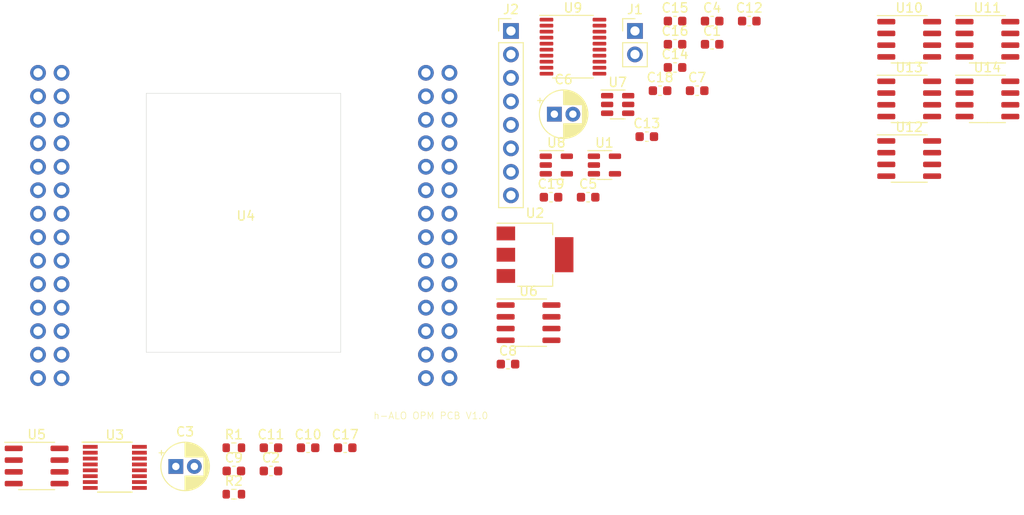
<source format=kicad_pcb>
(kicad_pcb (version 20211014) (generator pcbnew)
  (layers (0 "F.Cu" signal) (31 "B.Cu" signal) (34 "B.Paste" user) (35 "F.Paste" user) (36 "B.SilkS" user "B.Silkscreen") (37 "F.SilkS" user "F.Silkscreen") (38 "B.Mask" user) (39 "F.Mask" user) (44 "Edge.Cuts" user))
  (net 0 "")
  (net 1 "BATT_+11V")
  (net 2 "OPD1-")
  (net 3 "Net-(C4-Pad1)")
  (net 4 "MUX_VDD_+10V")
  (net 5 "+5V")
  (net 6 "Net-(C8-Pad2)")
  (net 7 "Net-(C9-Pad1)")
  (net 8 "Net-(C11-Pad1)")
  (net 9 "Net-(C13-Pad1)")
  (net 10 "ADC_VREF+")
  (net 11 "ADC_AVDD")
  (net 12 "ADC_DVDD")
  (net 13 "ADC_MCK")
  (net 14 "ADC_INT")
  (net 15 "ADC_SDO")
  (net 16 "ADC_SDI")
  (net 17 "ADC_SCK")
  (net 18 "ADC_CS")
  (net 19 "Net-(R1-Pad1)")
  (net 20 "OLED_CURRENT")
  (net 21 "OLED5+")
  (net 24 "OLED6+")
  (net 25 "OLED_EN")
  (net 26 "OLED_A2")
  (net 27 "OLED_A1")
  (net 28 "OLED_A0")
  (net 29 "OLED4+")
  (net 30 "OLED1+")
  (net 31 "OLED2+")
  (net 32 "OLED3+")
  (net 35 "TEMP+")
  (net 37 "OPD1+")
  (net 52 "TEMP-")
  (net 56 "OLED1-")
  (net 59 "OLED2-")
  (net 62 "OLED3-")
  (net 65 "OLED4-")
  (net 68 "OLED5-")
  (net 71 "OLED6-")
  (net 79 "ADC_CH0")
  (net 80 "ADC_CH1")
  (net 81 "ADC_CH2")
  (net 82 "ADC_CH3")
  (net 83 "ADC_CH4")
  (net 84 "ADC_CH5")
  (net 85 "ADC_CH6")
  (net 86 "ADC_CH7")
  (footprint "Capacitor_SMD:C_0603_1608Metric" (layer "F.Cu") (at 144.78 63.53)
    (fp_text reference "C4" (at 0 -1.43) (layer "F.SilkS"))
    (fp_text value "10nF")
    (pad "1" smd roundrect (at -0.775 0) (size 0.9 0.95) (layers "F.Cu" "F.Paste" "F.Mask") (net 3 "Net-(C4-Pad1)"))
    (pad "2" smd roundrect (at 0.775 0) (size 0.9 0.95) (layers "F.Cu" "F.Paste" "F.Mask") (net 2 "OPD1-"))
  )
  (footprint "Capacitor_SMD:C_0603_1608Metric" (layer "F.Cu") (at 140.77 66.04)
    (fp_text reference "C16" (at 0 -1.43) (layer "F.SilkS"))
    (fp_text value "0.1µF")
    (pad "1" smd roundrect (at -0.775 0) (size 0.9 0.95) (layers "F.Cu" "F.Paste" "F.Mask") (net 2 "OPD1-"))
    (pad "2" smd roundrect (at 0.775 0) (size 0.9 0.95) (layers "F.Cu" "F.Paste" "F.Mask") (net 11 "ADC_AVDD"))
  )
  (footprint "Capacitor_SMD:C_0603_1608Metric" (layer "F.Cu") (at 140.77 63.53)
    (fp_text reference "C15" (at 0 -1.43) (layer "F.SilkS"))
    (fp_text value "2.2uF")
    (pad "1" smd roundrect (at -0.775 0) (size 0.9 0.95) (layers "F.Cu" "F.Paste" "F.Mask") (net 11 "ADC_AVDD"))
    (pad "2" smd roundrect (at 0.775 0) (size 0.9 0.95) (layers "F.Cu" "F.Paste" "F.Mask") (net 2 "OPD1-"))
  )
  (footprint "Connector_PinHeader_2.54mm:PinHeader_1x08_P2.54mm_Vertical" (layer "F.Cu") (at 123.04 64.6)
    (fp_text reference "J2" (at 0 -2.33) (layer "F.SilkS"))
    (fp_text value "Conn_01x08_Male")
    (pad "1" thru_hole rect (at 0 0) (size 1.7 1.7) (drill 1) (layers *.Cu *.Mask) (net 2 "OPD1-"))
    (pad "2" thru_hole oval (at 0 2.54) (size 1.7 1.7) (drill 1) (layers *.Cu *.Mask) (net 12 "ADC_DVDD"))
    (pad "3" thru_hole oval (at 0 5.08) (size 1.7 1.7) (drill 1) (layers *.Cu *.Mask) (net 13 "ADC_MCK"))
    (pad "4" thru_hole oval (at 0 7.62) (size 1.7 1.7) (drill 1) (layers *.Cu *.Mask) (net 14 "ADC_INT"))
    (pad "5" thru_hole oval (at 0 10.16) (size 1.7 1.7) (drill 1) (layers *.Cu *.Mask) (net 15 "ADC_SDO"))
    (pad "6" thru_hole oval (at 0 12.7) (size 1.7 1.7) (drill 1) (layers *.Cu *.Mask) (net 16 "ADC_SDI"))
    (pad "7" thru_hole oval (at 0 15.24) (size 1.7 1.7) (drill 1) (layers *.Cu *.Mask) (net 17 "ADC_SCK"))
    (pad "8" thru_hole oval (at 0 17.78) (size 1.7 1.7) (drill 1) (layers *.Cu *.Mask) (net 18 "ADC_CS"))
  )
  (footprint "Capacitor_SMD:C_0603_1608Metric" (layer "F.Cu") (at 122.72 100.63)
    (fp_text reference "C8" (at 0 -1.43) (layer "F.SilkS"))
    (fp_text value "1µF")
    (pad "1" smd roundrect (at -0.775 0) (size 0.9 0.95) (layers "F.Cu" "F.Paste" "F.Mask") (net 1 "BATT_+11V"))
    (pad "2" smd roundrect (at 0.775 0) (size 0.9 0.95) (layers "F.Cu" "F.Paste" "F.Mask") (net 6 "Net-(C8-Pad2)"))
  )
  (footprint "Package_TO_SOT_SMD:SOT-23-5" (layer "F.Cu") (at 127.94 79.1)
    (fp_text reference "U8" (at 0 -2.4) (layer "F.SilkS"))
    (fp_text value "LP2985-3.6")
    (pad "1" smd roundrect (at -1.1375 -0.95) (size 1.325 0.6) (layers "F.Cu" "F.Paste" "F.Mask") (net 5 "+5V"))
    (pad "2" smd roundrect (at -1.1375 0) (size 1.325 0.6) (layers "F.Cu" "F.Paste" "F.Mask") (net 2 "OPD1-"))
    (pad "3" smd roundrect (at -1.1375 0.95) (size 1.325 0.6) (layers "F.Cu" "F.Paste" "F.Mask") (net 5 "+5V"))
    (pad "4" smd roundrect (at 1.1375 0.95) (size 1.325 0.6) (layers "F.Cu" "F.Paste" "F.Mask") (net 9 "Net-(C13-Pad1)"))
    (pad "5" smd roundrect (at 1.1375 -0.95) (size 1.325 0.6) (layers "F.Cu" "F.Paste" "F.Mask") (net 11 "ADC_AVDD"))
  )
  (footprint "Capacitor_SMD:C_0603_1608Metric" (layer "F.Cu") (at 137.72 76.03)
    (fp_text reference "C13" (at 0 -1.43) (layer "F.SilkS"))
    (fp_text value "10nF")
    (pad "1" smd roundrect (at -0.775 0) (size 0.9 0.95) (layers "F.Cu" "F.Paste" "F.Mask") (net 9 "Net-(C13-Pad1)"))
    (pad "2" smd roundrect (at 0.775 0) (size 0.9 0.95) (layers "F.Cu" "F.Paste" "F.Mask") (net 2 "OPD1-"))
  )
  (footprint "Capacitor_SMD:C_0603_1608Metric" (layer "F.Cu") (at 140.77 68.55)
    (fp_text reference "C14" (at 0 -1.43) (layer "F.SilkS"))
    (fp_text value "0.1µF")
    (pad "1" smd roundrect (at -0.775 0) (size 0.9 0.95) (layers "F.Cu" "F.Paste" "F.Mask") (net 10 "ADC_VREF+"))
    (pad "2" smd roundrect (at 0.775 0) (size 0.9 0.95) (layers "F.Cu" "F.Paste" "F.Mask") (net 2 "OPD1-"))
  )
  (footprint "Capacitor_SMD:C_0603_1608Metric" (layer "F.Cu") (at 97.11 112.19)
    (fp_text reference "C2" (at 0 -1.43) (layer "F.SilkS"))
    (fp_text value "1uF")
    (pad "1" smd roundrect (at -0.775 0) (size 0.9 0.95) (layers "F.Cu" "F.Paste" "F.Mask") (net 1 "BATT_+11V"))
    (pad "2" smd roundrect (at 0.775 0) (size 0.9 0.95) (layers "F.Cu" "F.Paste" "F.Mask") (net 2 "OPD1-"))
  )
  (footprint "Capacitor_SMD:C_0603_1608Metric" (layer "F.Cu") (at 101.12 109.68)
    (fp_text reference "C10" (at 0 -1.43) (layer "F.SilkS"))
    (fp_text value "0.1µF")
    (pad "1" smd roundrect (at -0.775 0) (size 0.9 0.95) (layers "F.Cu" "F.Paste" "F.Mask") (net 5 "+5V"))
    (pad "2" smd roundrect (at 0.775 0) (size 0.9 0.95) (layers "F.Cu" "F.Paste" "F.Mask") (net 2 "OPD1-"))
  )
  (footprint "Package_TO_SOT_SMD:SOT-223-3_TabPin2" (layer "F.Cu") (at 125.64 88.8)
    (fp_text reference "U2" (at 0 -4.5) (layer "F.SilkS"))
    (fp_text value "LM1117-5.0")
    (pad "1" smd rect (at -3.15 -2.3) (size 2 1.5) (layers "F.Cu" "F.Paste" "F.Mask") (net 2 "OPD1-"))
    (pad "2" smd rect (at -3.15 0) (size 2 1.5) (layers "F.Cu" "F.Paste" "F.Mask") (net 5 "+5V"))
    (pad "2" smd rect (at 3.15 0) (size 2 3.8) (layers "F.Cu" "F.Paste" "F.Mask") (net 5 "+5V"))
    (pad "3" smd rect (at -3.15 2.3) (size 2 1.5) (layers "F.Cu" "F.Paste" "F.Mask") (net 1 "BATT_+11V"))
  )
  (footprint "Capacitor_SMD:C_0603_1608Metric" (layer "F.Cu") (at 93.1 112.19)
    (fp_text reference "C9" (at 0 -1.43) (layer "F.SilkS"))
    (fp_text value "1µF")
    (pad "1" smd roundrect (at -0.775 0) (size 0.9 0.95) (layers "F.Cu" "F.Paste" "F.Mask") (net 7 "Net-(C9-Pad1)"))
    (pad "2" smd roundrect (at 0.775 0) (size 0.9 0.95) (layers "F.Cu" "F.Paste" "F.Mask") (net 2 "OPD1-"))
  )
  (footprint "Capacitor_SMD:C_0603_1608Metric" (layer "F.Cu") (at 144.78 66.04)
    (fp_text reference "C1" (at 0 -1.43) (layer "F.SilkS"))
    (fp_text value "1uF")
    (pad "1" smd roundrect (at -0.775 0) (size 0.9 0.95) (layers "F.Cu" "F.Paste" "F.Mask") (net 1 "BATT_+11V"))
    (pad "2" smd roundrect (at 0.775 0) (size 0.9 0.95) (layers "F.Cu" "F.Paste" "F.Mask") (net 2 "OPD1-"))
  )
  (footprint "Package_SO:SOIC-8_3.9x4.9mm_P1.27mm" (layer "F.Cu") (at 174.52 71.95)
    (fp_text reference "U14" (at 0 -3.4) (layer "F.SilkS"))
    (fp_text value "OPA277UA")
    (pad "1" smd roundrect (at -2.475 -1.905) (size 1.95 0.6) (layers "F.Cu" "F.Paste" "F.Mask"))
    (pad "2" smd roundrect (at -2.475 -0.635) (size 1.95 0.6) (layers "F.Cu" "F.Paste" "F.Mask"))
    (pad "3" smd roundrect (at -2.475 0.635) (size 1.95 0.6) (layers "F.Cu" "F.Paste" "F.Mask") (net 37 "OPD1+"))
    (pad "4" smd roundrect (at -2.475 1.905) (size 1.95 0.6) (layers "F.Cu" "F.Paste" "F.Mask"))
    (pad "5" smd roundrect (at 2.475 1.905) (size 1.95 0.6) (layers "F.Cu" "F.Paste" "F.Mask"))
    (pad "6" smd roundrect (at 2.475 0.635) (size 1.95 0.6) (layers "F.Cu" "F.Paste" "F.Mask"))
    (pad "7" smd roundrect (at 2.475 -0.635) (size 1.95 0.6) (layers "F.Cu" "F.Paste" "F.Mask"))
    (pad "8" smd roundrect (at 2.475 -1.905) (size 1.95 0.6) (layers "F.Cu" "F.Paste" "F.Mask"))
  )
  (footprint "Capacitor_SMD:C_0603_1608Metric" (layer "F.Cu") (at 105.13 109.68)
    (fp_text reference "C17" (at 0 -1.43) (layer "F.SilkS"))
    (fp_text value "0.1µF")
    (pad "1" smd roundrect (at -0.775 0) (size 0.9 0.95) (layers "F.Cu" "F.Paste" "F.Mask") (net 2 "OPD1-"))
    (pad "2" smd roundrect (at 0.775 0) (size 0.9 0.95) (layers "F.Cu" "F.Paste" "F.Mask") (net 11 "ADC_AVDD"))
  )
  (footprint "Package_SO:QSOP-16_3.9x4.9mm_P0.635mm" (layer "F.Cu") (at 80.24 111.8)
    (fp_text reference "U3" (at 0 -3.5) (layer "F.SilkS"))
    (fp_text value "ADG658YRQZ-REEL7")
    (pad "1" smd rect (at -2.6543 -2.2225) (size 1.6 0.41) (layers "F.Cu" "F.Paste" "F.Mask") (net 21 "OLED5+"))
    (pad "2" smd rect (at -2.6543 -1.5875) (size 1.6 0.41) (layers "F.Cu" "F.Paste" "F.Mask"))
    (pad "3" smd rect (at -2.6543 -0.9525) (size 1.6 0.41) (layers "F.Cu" "F.Paste" "F.Mask") (net 20 "OLED_CURRENT"))
    (pad "4" smd rect (at -2.6543 -0.3175) (size 1.6 0.41) (layers "F.Cu" "F.Paste" "F.Mask"))
    (pad "5" smd rect (at -2.6543 0.3175) (size 1.6 0.41) (layers "F.Cu" "F.Paste" "F.Mask") (net 24 "OLED6+"))
    (pad "6" smd rect (at -2.6543 0.9525) (size 1.6 0.41) (layers "F.Cu" "F.Paste" "F.Mask") (net 25 "OLED_EN"))
    (pad "7" smd rect (at -2.6543 1.5875) (size 1.6 0.41) (layers "F.Cu" "F.Paste" "F.Mask") (net 2 "OPD1-"))
    (pad "8" smd rect (at -2.6543 2.2225) (size 1.6 0.41) (layers "F.Cu" "F.Paste" "F.Mask") (net 2 "OPD1-"))
    (pad "9" smd rect (at 2.6543 2.2225) (size 1.6 0.41) (layers "F.Cu" "F.Paste" "F.Mask") (net 26 "OLED_A2"))
    (pad "10" smd rect (at 2.6543 1.5875) (size 1.6 0.41) (layers "F.Cu" "F.Paste" "F.Mask") (net 27 "OLED_A1"))
    (pad "11" smd rect (at 2.6543 0.9525) (size 1.6 0.41) (layers "F.Cu" "F.Paste" "F.Mask") (net 28 "OLED_A0"))
    (pad "12" smd rect (at 2.6543 0.3175) (size 1.6 0.41) (layers "F.Cu" "F.Paste" "F.Mask") (net 29 "OLED4+"))
    (pad "13" smd rect (at 2.6543 -0.3175) (size 1.6 0.41) (layers "F.Cu" "F.Paste" "F.Mask") (net 30 "OLED1+"))
    (pad "14" smd rect (at 2.6543 -0.9525) (size 1.6 0.41) (layers "F.Cu" "F.Paste" "F.Mask") (net 31 "OLED2+"))
    (pad "15" smd rect (at 2.6543 -1.5875) (size 1.6 0.41) (layers "F.Cu" "F.Paste" "F.Mask") (net 32 "OLED3+"))
    (pad "16" smd rect (at 2.6543 -2.2225) (size 1.6 0.41) (layers "F.Cu" "F.Paste" "F.Mask") (net 4 "MUX_VDD_+10V"))
  )
  (footprint "Capacitor_SMD:C_0603_1608Metric" (layer "F.Cu") (at 131.38 82.58)
    (fp_text reference "C5" (at 0 -1.43) (layer "F.SilkS"))
    (fp_text value "2.2uF")
    (pad "1" smd roundrect (at -0.775 0) (size 0.9 0.95) (layers "F.Cu" "F.Paste" "F.Mask") (net 4 "MUX_VDD_+10V"))
    (pad "2" smd roundrect (at 0.775 0) (size 0.9 0.95) (layers "F.Cu" "F.Paste" "F.Mask") (net 2 "OPD1-"))
  )
  (footprint "h-ALO:h-ALO-sensor" (layer "F.Cu") (at 94.392 85.102)
    (fp_text reference "U4" (at 0 -0.5 unlocked) (layer "F.SilkS"))
    (fp_text value "h-ALO-sensor")
    (fp_text user "h-ALO OPM PCB V1.0" (at 13.75 21.55) (layer "F.SilkS") (effects (font (size 0.747776 0.747776) (thickness 0.065024)) (justify left bottom)))
    (fp_line (start 10.25 -13.75) (end 10.25 14.25) (layer "Edge.Cuts") (width 0.05))
    (fp_line (start -10.75 -13.75) (end 10.25 -13.75) (layer "Edge.Cuts") (width 0.05))
    (fp_line (start -10.75 -13.75) (end -10.75 14.25) (layer "Edge.Cuts") (width 0.05))
    (fp_line (start -10.75 14.25) (end 10.25 14.25) (layer "Edge.Cuts") (width 0.05))
    (pad "1" thru_hole oval (at -22.45 -15.975) (size 1.7 1.7) (drill 1) (layers *.Cu *.Mask))
    (pad "2" thru_hole oval (at -19.91 -15.975) (size 1.7 1.7) (drill 1) (layers *.Cu *.Mask))
    (pad "3" thru_hole oval (at -22.45 -13.435) (size 1.7 1.7) (drill 1) (layers *.Cu *.Mask) (net 35 "TEMP+"))
    (pad "4" thru_hole oval (at -19.91 -13.435) (size 1.7 1.7) (drill 1) (layers *.Cu *.Mask))
    (pad "5" thru_hole oval (at -22.45 -10.895) (size 1.7 1.7) (drill 1) (layers *.Cu *.Mask) (net 30 "OLED1+"))
    (pad "6" thru_hole oval (at -19.91 -10.895) (size 1.7 1.7) (drill 1) (layers *.Cu *.Mask) (net 37 "OPD1+"))
    (pad "7" thru_hole oval (at -22.45 -8.355) (size 1.7 1.7) (drill 1) (layers *.Cu *.Mask))
    (pad "8" thru_hole oval (at -19.91 -8.355) (size 1.7 1.7) (drill 1) (layers *.Cu *.Mask))
    (pad "9" thru_hole oval (at -22.45 -5.815) (size 1.7 1.7) (drill 1) (layers *.Cu *.Mask) (net 31 "OLED2+"))
    (pad "10" thru_hole oval (at -19.91 -5.815) (size 1.7 1.7) (drill 1) (layers *.Cu *.Mask) (net 37 "OPD1+"))
    (pad "11" thru_hole oval (at -22.45 -3.275) (size 1.7 1.7) (drill 1) (layers *.Cu *.Mask))
    (pad "12" thru_hole oval (at -19.91 -3.275) (size 1.7 1.7) (drill 1) (layers *.Cu *.Mask))
    (pad "13" thru_hole oval (at -22.45 -0.735) (size 1.7 1.7) (drill 1) (layers *.Cu *.Mask) (net 32 "OLED3+"))
    (pad "14" thru_hole oval (at -19.91 -0.735) (size 1.7 1.7) (drill 1) (layers *.Cu *.Mask) (net 37 "OPD1+"))
    (pad "15" thru_hole oval (at -22.45 1.805) (size 1.7 1.7) (drill 1) (layers *.Cu *.Mask))
    (pad "16" thru_hole oval (at -19.91 1.805) (size 1.7 1.7) (drill 1) (layers *.Cu *.Mask))
    (pad "17" thru_hole oval (at -22.45 4.345) (size 1.7 1.7) (drill 1) (layers *.Cu *.Mask))
    (pad "18" thru_hole oval (at -19.91 4.345) (size 1.7 1.7) (drill 1) (layers *.Cu *.Mask) (net 29 "OLED4+"))
    (pad "19" thru_hole oval (at -22.45 6.885) (size 1.7 1.7) (drill 1) (layers *.Cu *.Mask) (net 37 "OPD1+"))
    (pad "20" thru_hole oval (at -19.91 6.885) (size 1.7 1.7) (drill 1) (layers *.Cu *.Mask))
    (pad "21" thru_hole oval (at -22.45 9.425) (size 1.7 1.7) (drill 1) (layers *.Cu *.Mask))
    (pad "22" thru_hole oval (at -19.91 9.425) (size 1.7 1.7) (drill 1) (layers *.Cu *.Mask) (net 21 "OLED5+"))
    (pad "23" thru_hole oval (at -22.45 11.965) (size 1.7 1.7) (drill 1) (layers *.Cu *.Mask) (net 37 "OPD1+"))
    (pad "24" thru_hole oval (at -19.91 11.965) (size 1.7 1.7) (drill 1) (layers *.Cu *.Mask))
    (pad "25" thru_hole oval (at -22.45 14.505) (size 1.7 1.7) (drill 1) (layers *.Cu *.Mask))
    (pad "26" thru_hole oval (at -19.91 14.505) (size 1.7 1.7) (drill 1) (layers *.Cu *.Mask) (net 24 "OLED6+"))
    (pad "27" thru_hole oval (at -22.45 17.045) (size 1.7 1.7) (drill 1) (layers *.Cu *.Mask) (net 2 "OPD1-"))
    (pad "28" thru_hole oval (at -19.91 17.045) (size 1.7 1.7) (drill 1) (layers *.Cu *.Mask))
    (pad "29" thru_hole oval (at 19.46 -15.975) (size 1.7 1.7) (drill 1) (layers *.Cu *.Mask))
    (pad "30" thru_hole oval (at 22 -15.975) (size 1.7 1.7) (drill 1) (layers *.Cu *.Mask))
    (pad "31" thru_hole oval (at 19.46 -13.435) (size 1.7 1.7) (drill 1) (layers *.Cu *.Mask) (net 52 "TEMP-"))
    (pad "32" thru_hole oval (at 22 -13.435) (size 1.7 1.7) (drill 1) (layers *.Cu *.Mask))
    (pad "33" thru_hole oval (at 19.46 -10.895) (size 1.7 1.7) (drill 1) (layers *.Cu *.Mask))
    (pad "34" thru_hole oval (at 22 -10.895) (size 1.7 1.7) (drill 1) (layers *.Cu *.Mask))
    (pad "35" thru_hole oval (at 19.46 -8.355) (size 1.7 1.7) (drill 1) (layers *.Cu *.Mask) (net 56 "OLED1-"))
    (pad "36" thru_hole oval (at 22 -8.355) (size 1.7 1.7) (drill 1) (layers *.Cu *.Mask) (net 2 "OPD1-"))
    (pad "37" thru_hole oval (at 19.46 -5.815) (size 1.7 1.7) (drill 1) (layers *.Cu *.Mask))
    (pad "38" thru_hole oval (at 22 -5.815) (size 1.7 1.7) (drill 1) (layers *.Cu *.Mask))
    (pad "39" thru_hole oval (at 19.46 -3.275) (size 1.7 1.7) (drill 1) (layers *.Cu *.Mask) (net 59 "OLED2-"))
    (pad "40" thru_hole oval (at 22 -3.275) (size 1.7 1.7) (drill 1) (layers *.Cu *.Mask) (net 2 "OPD1-"))
    (pad "41" thru_hole oval (at 19.46 -0.735) (size 1.7 1.7) (drill 1) (layers *.Cu *.Mask))
    (pad "42" thru_hole oval (at 22 -0.735) (size 1.7 1.7) (drill 1) (layers *.Cu *.Mask))
    (pad "43" thru_hole oval (at 19.46 1.805) (size 1.7 1.7) (drill 1) (layers *.Cu *.Mask) (net 62 "OLED3-"))
    (pad "44" thru_hole oval (at 22 1.805) (size 1.7 1.7) (drill 1) (layers *.Cu *.Mask) (net 2 "OPD1-"))
    (pad "45" thru_hole oval (at 19.46 4.345) (size 1.7 1.7) (drill 1) (layers *.Cu *.Mask))
    (pad "46" thru_hole oval (at 22 4.345) (size 1.7 1.7) (drill 1) (layers *.Cu *.Mask))
    (pad "47" thru_hole oval (at 19.46 6.885) (size 1.7 1.7) (drill 1) (layers *.Cu *.Mask) (net 65 "OLED4-"))
    (pad "48" thru_hole oval (at 22 6.885) (size 1.7 1.7) (drill 1) (layers *.Cu *.Mask) (net 2 "OPD1-"))
    (pad "49" thru_hole oval (at 19.46 9.425) (size 1.7 1.7) (drill 1) (layers *.Cu *.Mask))
    (pad "50" thru_hole oval (at 22 9.425) (size 1.7 1.7) (drill 1) (layers *.Cu *.Mask))
    (pad "51" thru_hole oval (at 19.46 11.965) (size 1.7 1.7) (drill 1) (layers *.Cu *.Mask) (net 68 "OLED5-"))
    (pad "52" thru_hole oval (at 22 11.965) (size 1.7 1.7) (drill 1) (layers *.Cu *.Mask) (net 2 "OPD1-"))
    (pad "53" thru_hole oval (at 19.46 14.505) (size 1.7 1.7) (drill 1) (layers *.Cu *.Mask))
    (pad "54" thru_hole oval (at 22 14.505) (size 1.7 1.7) (drill 1) (layers *.Cu *.Mask))
    (pad "55" thru_hole oval (at 19.46 17.045) (size 1.7 1.7) (drill 1) (layers *.Cu *.Mask) (net 71 "OLED6-"))
    (pad "56" thru_hole oval (at 22 17.045) (size 1.7 1.7) (drill 1) (layers *.Cu *.Mask) (net 37 "OPD1+"))
  )
  (footprint "Capacitor_THT:CP_Radial_D5.0mm_P2.00mm" (layer "F.Cu") (at 127.729775 73.6)
    (fp_text reference "C6" (at 1 -3.75) (layer "F.SilkS"))
    (fp_text value "C_Polarized")
    (pad "1" thru_hole rect (at 0 0) (size 1.6 1.6) (drill 0.8) (layers *.Cu *.Mask) (net 5 "+5V"))
    (pad "2" thru_hole circle (at 2 0) (size 1.6 1.6) (drill 0.8) (layers *.Cu *.Mask) (net 2 "OPD1-"))
  )
  (footprint "Resistor_SMD:R_0603_1608Metric" (layer "F.Cu") (at 93.1 109.68)
    (fp_text reference "R1" (at 0 -1.43) (layer "F.SilkS"))
    (fp_text value "R")
    (pad "1" smd roundrect (at -0.825 0) (size 0.8 0.95) (layers "F.Cu" "F.Paste" "F.Mask") (net 19 "Net-(R1-Pad1)"))
    (pad "2" smd roundrect (at 0.825 0) (size 0.8 0.95) (layers "F.Cu" "F.Paste" "F.Mask") (net 20 "OLED_CURRENT"))
  )
  (footprint "Package_SO:TSSOP-20_4.4x6.5mm_P0.65mm" (layer "F.Cu") (at 129.74 66.3)
    (fp_text reference "U9" (at 0 -4.2) (layer "F.SilkS"))
    (fp_text value "MCP3564-E/ST")
    (pad "1" smd roundrect (at -2.8625 -2.925) (size 1.475 0.4) (layers "F.Cu" "F.Paste" "F.Mask") (net 11 "ADC_AVDD"))
    (pad "2" smd roundrect (at -2.8625 -2.275) (size 1.475 0.4) (layers "F.Cu" "F.Paste" "F.Mask") (net 2 "OPD1-"))
    (pad "3" smd roundrect (at -2.8625 -1.625) (size 1.475 0.4) (layers "F.Cu" "F.Paste" "F.Mask") (net 2 "OPD1-"))
    (pad "4" smd roundrect (at -2.8625 -0.975) (size 1.475 0.4) (layers "F.Cu" "F.Paste" "F.Mask") (net 10 "ADC_VREF+"))
    (pad "5" smd roundrect (at -2.8625 -0.325) (size 1.475 0.4) (layers "F.Cu" "F.Paste" "F.Mask") (net 79 "ADC_CH0"))
    (pad "6" smd roundrect (at -2.8625 0.325) (size 1.475 0.4) (layers "F.Cu" "F.Paste" "F.Mask") (net 80 "ADC_CH1"))
    (pad "7" smd roundrect (at -2.8625 0.975) (size 1.475 0.4) (layers "F.Cu" "F.Paste" "F.Mask") (net 81 "ADC_CH2"))
    (pad "8" smd roundrect (at -2.8625 1.625) (size 1.475 0.4) (layers "F.Cu" "F.Paste" "F.Mask") (net 82 "ADC_CH3"))
    (pad "9" smd roundrect (at -2.8625 2.275) (size 1.475 0.4) (layers "F.Cu" "F.Paste" "F.Mask") (net 83 "ADC_CH4"))
    (pad "10" smd roundrect (at -2.8625 2.925) (size 1.475 0.4) (layers "F.Cu" "F.Paste" "F.Mask") (net 84 "ADC_CH5"))
    (pad "11" smd roundrect (at 2.8625 2.925) (size 1.475 0.4) (layers "F.Cu" "F.Paste" "F.Mask") (net 85 "ADC_CH6"))
    (pad "12" smd roundrect (at 2.8625 2.275) (size 1.475 0.4) (layers "F.Cu" "F.Paste" "F.Mask") (net 86 "ADC_CH7"))
    (pad "13" smd roundrect (at 2.8625 1.625) (size 1.475 0.4) (layers "F.Cu" "F.Paste" "F.Mask") (net 18 "ADC_CS"))
    (pad "14" smd roundrect (at 2.8625 0.975) (size 1.475 0.4) (layers "F.Cu" "F.Paste" "F.Mask") (net 17 "ADC_SCK"))
    (pad "15" smd roundrect (at 2.8625 0.325) (size 1.475 0.4) (layers "F.Cu" "F.Paste" "F.Mask") (net 16 "ADC_SDI"))
    (pad "16" smd roundrect (at 2.8625 -0.325) (size 1.475 0.4) (layers "F.Cu" "F.Paste" "F.Mask") (net 15 "ADC_SDO"))
    (pad "17" smd roundrect (at 2.8625 -0.975) (size 1.475 0.4) (layers "F.Cu" "F.Paste" "F.Mask") (net 14 "ADC_INT"))
    (pad "18" smd roundrect (at 2.8625 -1.625) (size 1.475 0.4) (layers "F.Cu" "F.Paste" "F.Mask") (net 13 "ADC_MCK"))
    (pad "19" smd roundrect (at 2.8625 -2.275) (size 1.475 0.4) (layers "F.Cu" "F.Paste" "F.Mask") (net 2 "OPD1-"))
    (pad "20" smd roundrect (at 2.8625 -2.925) (size 1.475 0.4) (layers "F.Cu" "F.Paste" "F.Mask") (net 12 "ADC_DVDD"))
  )
  (footprint "Capacitor_SMD:C_0603_1608Metric" (layer "F.Cu") (at 127.37 82.58)
    (fp_text reference "C19" (at 0 -1.43) (layer "F.SilkS"))
    (fp_text value "0.1µF")
    (pad "1" smd roundrect (at -0.775 0) (size 0.9 0.95) (layers "F.Cu" "F.Paste" "F.Mask") (net 12 "ADC_DVDD"))
    (pad "2" smd roundrect (at 0.775 0) (size 0.9 0.95) (layers "F.Cu" "F.Paste" "F.Mask") (net 2 "OPD1-"))
  )
  (footprint "Package_TO_SOT_SMD:SOT-23-5" (layer "F.Cu") (at 133.14 79.1)
    (fp_text reference "U1" (at 0 -2.4) (layer "F.SilkS"))
    (fp_text value "LP2985-10.0")
    (pad "1" smd roundrect (at -1.1375 -0.95) (size 1.325 0.6) (layers "F.Cu" "F.Paste" "F.Mask") (net 1 "BATT_+11V"))
    (pad "2" smd roundrect (at -1.1375 0) (size 1.325 0.6) (layers "F.Cu" "F.Paste" "F.Mask") (net 2 "OPD1-"))
    (pad "3" smd roundrect (at -1.1375 0.95) (size 1.325 0.6) (layers "F.Cu" "F.Paste" "F.Mask") (net 1 "BATT_+11V"))
    (pad "4" smd roundrect (at 1.1375 0.95) (size 1.325 0.6) (layers "F.Cu" "F.Paste" "F.Mask") (net 3 "Net-(C4-Pad1)"))
    (pad "5" smd roundrect (at 1.1375 -0.95) (size 1.325 0.6) (layers "F.Cu" "F.Paste" "F.Mask") (net 4 "MUX_VDD_+10V"))
  )
  (footprint "Capacitor_SMD:C_0603_1608Metric" (layer "F.Cu") (at 97.11 109.68)
    (fp_text reference "C11" (at 0 -1.43) (layer "F.SilkS"))
    (fp_text value "0.1µF")
    (pad "1" smd roundrect (at -0.775 0) (size 0.9 0.95) (layers "F.Cu" "F.Paste" "F.Mask") (net 8 "Net-(C11-Pad1)"))
    (pad "2" smd roundrect (at 0.775 0) (size 0.9 0.95) (layers "F.Cu" "F.Paste" "F.Mask") (net 2 "OPD1-"))
  )
  (footprint "Capacitor_THT:CP_Radial_D5.0mm_P2.00mm" (layer "F.Cu") (at 86.829775 111.7)
    (fp_text reference "C3" (at 1 -3.75) (layer "F.SilkS"))
    (fp_text value "C_Polarized")
    (pad "1" thru_hole rect (at 0 0) (size 1.6 1.6) (drill 0.8) (layers *.Cu *.Mask) (net 1 "BATT_+11V"))
    (pad "2" thru_hole circle (at 2 0) (size 1.6 1.6) (drill 0.8) (layers *.Cu *.Mask) (net 2 "OPD1-"))
  )
  (footprint "Capacitor_SMD:C_0603_1608Metric" (layer "F.Cu") (at 143.16 71.06)
    (fp_text reference "C7" (at 0 -1.43) (layer "F.SilkS"))
    (fp_text value "1uF")
    (pad "1" smd roundrect (at -0.775 0) (size 0.9 0.95) (layers "F.Cu" "F.Paste" "F.Mask") (net 5 "+5V"))
    (pad "2" smd roundrect (at 0.775 0) (size 0.9 0.95) (layers "F.Cu" "F.Paste" "F.Mask") (net 2 "OPD1-"))
  )
  (footprint "Package_SO:SOIC-8_3.9x4.9mm_P1.27mm" (layer "F.Cu") (at 166.07 71.95)
    (fp_text reference "U13" (at 0 -3.4) (layer "F.SilkS"))
    (fp_text value "OPA277UA")
    (pad "1" smd roundrect (at -2.475 -1.905) (size 1.95 0.6) (layers "F.Cu" "F.Paste" "F.Mask"))
    (pad "2" smd roundrect (at -2.475 -0.635) (size 1.95 0.6) (layers "F.Cu" "F.Paste" "F.Mask"))
    (pad "3" smd roundrect (at -2.475 0.635) (size 1.95 0.6) (layers "F.Cu" "F.Paste" "F.Mask") (net 37 "OPD1+"))
    (pad "4" smd roundrect (at -2.475 1.905) (size 1.95 0.6) (layers "F.Cu" "F.Paste" "F.Mask"))
    (pad "5" smd roundrect (at 2.475 1.905) (size 1.95 0.6) (layers "F.Cu" "F.Paste" "F.Mask"))
    (pad "6" smd roundrect (at 2.475 0.635) (size 1.95 0.6) (layers "F.Cu" "F.Paste" "F.Mask"))
    (pad "7" smd roundrect (at 2.475 -0.635) (size 1.95 0.6) (layers "F.Cu" "F.Paste" "F.Mask"))
    (pad "8" smd roundrect (at 2.475 -1.905) (size 1.95 0.6) (layers "F.Cu" "F.Paste" "F.Mask"))
  )
  (footprint "Package_SO:SOIC-8_3.9x4.9mm_P1.27mm" (layer "F.Cu") (at 124.94 96.15)
    (fp_text reference "U6" (at 0 -3.4) (layer "F.SilkS"))
    (fp_text value "OPA277UA")
    (pad "1" smd roundrect (at -2.475 -1.905) (size 1.95 0.6) (layers "F.Cu" "F.Paste" "F.Mask"))
    (pad "2" smd roundrect (at -2.475 -0.635) (size 1.95 0.6) (layers "F.Cu" "F.Paste" "F.Mask") (net 6 "Net-(C8-Pad2)"))
    (pad "3" smd roundrect (at -2.475 0.635) (size 1.95 0.6) (layers "F.Cu" "F.Paste" "F.Mask") (net 20 "OLED_CURRENT"))
    (pad "4" smd roundrect (at -2.475 1.905) (size 1.95 0.6) (layers "F.Cu" "F.Paste" "F.Mask") (net 2 "OPD1-"))
    (pad "5" smd roundrect (at 2.475 1.905) (size 1.95 0.6) (layers "F.Cu" "F.Paste" "F.Mask"))
    (pad "6" smd roundrect (at 2.475 0.635) (size 1.95 0.6) (layers "F.Cu" "F.Paste" "F.Mask") (net 6 "Net-(C8-Pad2)"))
    (pad "7" smd roundrect (at 2.475 -0.635) (size 1.95 0.6) (layers "F.Cu" "F.Paste" "F.Mask") (net 1 "BATT_+11V"))
    (pad "8" smd roundrect (at 2.475 -1.905) (size 1.95 0.6) (layers "F.Cu" "F.Paste" "F.Mask"))
  )
  (footprint "Capacitor_SMD:C_0603_1608Metric" (layer "F.Cu") (at 139.15 71.06)
    (fp_text reference "C18" (at 0 -1.43) (layer "F.SilkS"))
    (fp_text value "0.1uF")
    (pad "1" smd roundrect (at -0.775 0) (size 0.9 0.95) (layers "F.Cu" "F.Paste" "F.Mask") (net 12 "ADC_DVDD"))
    (pad "2" smd roundrect (at 0.775 0) (size 0.9 0.95) (layers "F.Cu" "F.Paste" "F.Mask") (net 2 "OPD1-"))
  )
  (footprint "Capacitor_SMD:C_0603_1608Metric" (layer "F.Cu") (at 148.79 63.53)
    (fp_text reference "C12" (at 0 -1.43) (layer "F.SilkS"))
    (fp_text value "1uF")
    (pad "1" smd roundrect (at -0.775 0) (size 0.9 0.95) (layers "F.Cu" "F.Paste" "F.Mask") (net 5 "+5V"))
    (pad "2" smd roundrect (at 0.775 0) (size 0.9 0.95) (layers "F.Cu" "F.Paste" "F.Mask") (net 2 "OPD1-"))
  )
  (footprint "Package_SO:SOIC-8_3.9x4.9mm_P1.27mm" (layer "F.Cu") (at 166.07 78.4)
    (fp_text reference "U12" (at 0 -3.4) (layer "F.SilkS"))
    (fp_text value "OPA277UA")
    (pad "1" smd roundrect (at -2.475 -1.905) (size 1.95 0.6) (layers "F.Cu" "F.Paste" "F.Mask"))
    (pad "2" smd roundrect (at -2.475 -0.635) (size 1.95 0.6) (layers "F.Cu" "F.Paste" "F.Mask"))
    (pad "3" smd roundrect (at -2.475 0.635) (size 1.95 0.6) (layers "F.Cu" "F.Paste" "F.Mask") (net 37 "OPD1+"))
    (pad "4" smd roundrect (at -2.475 1.905) (size 1.95 0.6) (layers "F.Cu" "F.Paste" "F.Mask"))
    (pad "5" smd roundrect (at 2.475 1.905) (size 1.95 0.6) (layers "F.Cu" "F.Paste" "F.Mask"))
    (pad "6" smd roundrect (at 2.475 0.635) (size 1.95 0.6) (layers "F.Cu" "F.Paste" "F.Mask"))
    (pad "7" smd roundrect (at 2.475 -0.635) (size 1.95 0.6) (layers "F.Cu" "F.Paste" "F.Mask"))
    (pad "8" smd roundrect (at 2.475 -1.905) (size 1.95 0.6) (layers "F.Cu" "F.Paste" "F.Mask"))
  )
  (footprint "Package_TO_SOT_SMD:SOT-23-6" (layer "F.Cu") (at 134.57 72.55)
    (fp_text reference "U7" (at 0 -2.4) (layer "F.SilkS"))
    (fp_text value "MAX6070AAUT12+T")
    (pad "1" smd roundrect (at -1.1375 -0.95) (size 1.325 0.6) (layers "F.Cu" "F.Paste" "F.Mask") (net 8 "Net-(C11-Pad1)"))
    (pad "2" smd roundrect (at -1.1375 0) (size 1.325 0.6) (layers "F.Cu" "F.Paste" "F.Mask") (net 2 "OPD1-"))
    (pad "3" smd roundrect (at -1.1375 0.95) (size 1.325 0.6) (layers "F.Cu" "F.Paste" "F.Mask") (net 5 "+5V"))
    (pad "4" smd roundrect (at 1.1375 0.95) (size 1.325 0.6) (layers "F.Cu" "F.Paste" "F.Mask") (net 5 "+5V"))
    (pad "5" smd roundrect (at 1.1375 0) (size 1.325 0.6) (layers "F.Cu" "F.Paste" "F.Mask") (net 10 "ADC_VREF+"))
    (pad "6" smd roundrect (at 1.1375 -0.95) (size 1.325 0.6) (layers "F.Cu" "F.Paste" "F.Mask") (net 10 "ADC_VREF+"))
  )
  (footprint "Connector_PinHeader_2.54mm:PinHeader_1x02_P2.54mm_Vertical" (layer "F.Cu") (at 136.44 64.6)
    (fp_text reference "J1" (at 0 -2.33) (layer "F.SilkS"))
    (fp_text value "Conn_01x02_Male")
    (pad "1" thru_hole rect (at 0 0) (size 1.7 1.7) (drill 1) (layers *.Cu *.Mask) (net 2 "OPD1-"))
    (pad "2" thru_hole oval (at 0 2.54) (size 1.7 1.7) (drill 1) (layers *.Cu *.Mask) (net 1 "BATT_+11V"))
  )
  (footprint "Package_SO:SOIC-8_3.9x4.9mm_P1.27mm" (layer "F.Cu") (at 71.79 111.65)
    (fp_text reference "U5" (at 0 -3.4) (layer "F.SilkS"))
    (fp_text value "REF102BU")
    (pad "1" smd roundrect (at -2.475 -1.905) (size 1.95 0.6) (layers "F.Cu" "F.Paste" "F.Mask"))
    (pad "2" smd roundrect (at -2.475 -0.635) (size 1.95 0.6) (layers "F.Cu" "F.Paste" "F.Mask") (net 1 "BATT_+11V"))
    (pad "3" smd roundrect (at -2.475 0.635) (size 1.95 0.6) (layers "F.Cu" "F.Paste" "F.Mask"))
    (pad "4" smd roundrect (at -2.475 1.905) (size 1.95 0.6) (layers "F.Cu" "F.Paste" "F.Mask") (net 6 "Net-(C8-Pad2)"))
    (pad "5" smd roundrect (at 2.475 1.905) (size 1.95 0.6) (layers "F.Cu" "F.Paste" "F.Mask"))
    (pad "6" smd roundrect (at 2.475 0.635) (size 1.95 0.6) (layers "F.Cu" "F.Paste" "F.Mask") (net 19 "Net-(R1-Pad1)"))
    (pad "7" smd roundrect (at 2.475 -0.635) (size 1.95 0.6) (layers "F.Cu" "F.Paste" "F.Mask"))
    (pad "8" smd roundrect (at 2.475 -1.905) (size 1.95 0.6) (layers "F.Cu" "F.Paste" "F.Mask") (net 7 "Net-(C9-Pad1)"))
  )
  (footprint "Resistor_SMD:R_0603_1608Metric" (layer "F.Cu") (at 93.1 114.7)
    (fp_text reference "R2" (at 0 -1.43) (layer "F.SilkS"))
    (fp_text value "10k")
    (pad "1" smd roundrect (at -0.825 0) (size 0.8 0.95) (layers "F.Cu" "F.Paste" "F.Mask") (net 12 "ADC_DVDD"))
    (pad "2" smd roundrect (at 0.825 0) (size 0.8 0.95) (layers "F.Cu" "F.Paste" "F.Mask") (net 14 "ADC_INT"))
  )
  (footprint "Package_SO:SOIC-8_3.9x4.9mm_P1.27mm" (layer "F.Cu") (at 166.07 65.5)
    (fp_text reference "U10" (at 0 -3.4) (layer "F.SilkS"))
    (fp_text value "OPA277UA")
    (pad "1" smd roundrect (at -2.475 -1.905) (size 1.95 0.6) (layers "F.Cu" "F.Paste" "F.Mask"))
    (pad "2" smd roundrect (at -2.475 -0.635) (size 1.95 0.6) (layers "F.Cu" "F.Paste" "F.Mask"))
    (pad "3" smd roundrect (at -2.475 0.635) (size 1.95 0.6) (layers "F.Cu" "F.Paste" "F.Mask") (net 37 "OPD1+"))
    (pad "4" smd roundrect (at -2.475 1.905) (size 1.95 0.6) (layers "F.Cu" "F.Paste" "F.Mask"))
    (pad "5" smd roundrect (at 2.475 1.905) (size 1.95 0.6) (layers "F.Cu" "F.Paste" "F.Mask"))
    (pad "6" smd roundrect (at 2.475 0.635) (size 1.95 0.6) (layers "F.Cu" "F.Paste" "F.Mask"))
    (pad "7" smd roundrect (at 2.475 -0.635) (size 1.95 0.6) (layers "F.Cu" "F.Paste" "F.Mask"))
    (pad "8" smd roundrect (at 2.475 -1.905) (size 1.95 0.6) (layers "F.Cu" "F.Paste" "F.Mask"))
  )
  (footprint "Package_SO:SOIC-8_3.9x4.9mm_P1.27mm" (layer "F.Cu") (at 174.52 65.5)
    (fp_text reference "U11" (at 0 -3.4) (layer "F.SilkS"))
    (fp_text value "OPA277UA")
    (pad "1" smd roundrect (at -2.475 -1.905) (size 1.95 0.6) (layers "F.Cu" "F.Paste" "F.Mask"))
    (pad "2" smd roundrect (at -2.475 -0.635) (size 1.95 0.6) (layers "F.Cu" "F.Paste" "F.Mask"))
    (pad "3" smd roundrect (at -2.475 0.635) (size 1.95 0.6) (layers "F.Cu" "F.Paste" "F.Mask") (net 37 "OPD1+"))
    (pad "4" smd roundrect (at -2.475 1.905) (size 1.95 0.6) (layers "F.Cu" "F.Paste" "F.Mask"))
    (pad "5" smd roundrect (at 2.475 1.905) (size 1.95 0.6) (layers "F.Cu" "F.Paste" "F.Mask"))
    (pad "6" smd roundrect (at 2.475 0.635) (size 1.95 0.6) (layers "F.Cu" "F.Paste" "F.Mask"))
    (pad "7" smd roundrect (at 2.475 -0.635) (size 1.95 0.6) (layers "F.Cu" "F.Paste" "F.Mask"))
    (pad "8" smd roundrect (at 2.475 -1.905) (size 1.95 0.6) (layers "F.Cu" "F.Paste" "F.Mask"))
  )
)
</source>
